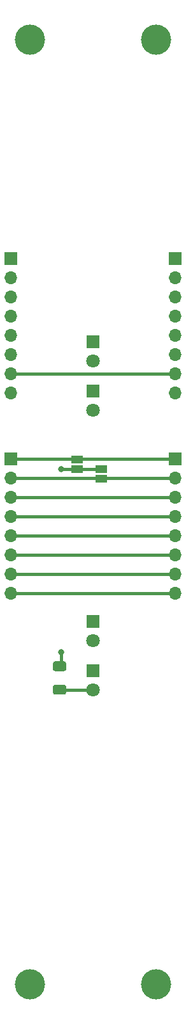
<source format=gbr>
%TF.GenerationSoftware,KiCad,Pcbnew,5.1.7-a382d34a8~87~ubuntu20.04.1*%
%TF.CreationDate,2020-10-21T10:00:52+02:00*%
%TF.ProjectId,7segment_part,37736567-6d65-46e7-945f-706172742e6b,rev?*%
%TF.SameCoordinates,Original*%
%TF.FileFunction,Copper,L1,Top*%
%TF.FilePolarity,Positive*%
%FSLAX46Y46*%
G04 Gerber Fmt 4.6, Leading zero omitted, Abs format (unit mm)*
G04 Created by KiCad (PCBNEW 5.1.7-a382d34a8~87~ubuntu20.04.1) date 2020-10-21 10:00:52*
%MOMM*%
%LPD*%
G01*
G04 APERTURE LIST*
%TA.AperFunction,ComponentPad*%
%ADD10C,1.800000*%
%TD*%
%TA.AperFunction,ComponentPad*%
%ADD11R,1.800000X1.800000*%
%TD*%
%TA.AperFunction,SMDPad,CuDef*%
%ADD12R,1.500000X1.000000*%
%TD*%
%TA.AperFunction,ComponentPad*%
%ADD13O,1.700000X1.700000*%
%TD*%
%TA.AperFunction,ComponentPad*%
%ADD14R,1.700000X1.700000*%
%TD*%
%TA.AperFunction,ViaPad*%
%ADD15C,4.000000*%
%TD*%
%TA.AperFunction,ViaPad*%
%ADD16C,0.800000*%
%TD*%
%TA.AperFunction,Conductor*%
%ADD17C,0.400000*%
%TD*%
G04 APERTURE END LIST*
D10*
%TO.P,Dh2,2*%
%TO.N,Net-(Dh2-Pad2)*%
X169418000Y-79040000D03*
D11*
%TO.P,Dh2,1*%
%TO.N,Net-(Dh1-Pad2)*%
X169418000Y-76500000D03*
%TD*%
%TO.P,Rh1,2*%
%TO.N,Net-(JP1-Pad1)*%
%TA.AperFunction,SMDPad,CuDef*%
G36*
G01*
X165598001Y-113553000D02*
X164347999Y-113553000D01*
G75*
G02*
X164098000Y-113303001I0J249999D01*
G01*
X164098000Y-112502999D01*
G75*
G02*
X164347999Y-112253000I249999J0D01*
G01*
X165598001Y-112253000D01*
G75*
G02*
X165848000Y-112502999I0J-249999D01*
G01*
X165848000Y-113303001D01*
G75*
G02*
X165598001Y-113553000I-249999J0D01*
G01*
G37*
%TD.AperFunction*%
%TO.P,Rh1,1*%
%TO.N,Net-(Dh4-Pad2)*%
%TA.AperFunction,SMDPad,CuDef*%
G36*
G01*
X165598001Y-116653000D02*
X164347999Y-116653000D01*
G75*
G02*
X164098000Y-116403001I0J249999D01*
G01*
X164098000Y-115602999D01*
G75*
G02*
X164347999Y-115353000I249999J0D01*
G01*
X165598001Y-115353000D01*
G75*
G02*
X165848000Y-115602999I0J-249999D01*
G01*
X165848000Y-116403001D01*
G75*
G02*
X165598001Y-116653000I-249999J0D01*
G01*
G37*
%TD.AperFunction*%
%TD*%
D12*
%TO.P,JP2,1*%
%TO.N,Net-(JP1-Pad1)*%
X170497500Y-86789500D03*
%TO.P,JP2,2*%
%TO.N,Net-(J3-Pad2)*%
X170497500Y-88089500D03*
%TD*%
%TO.P,JP1,1*%
%TO.N,Net-(JP1-Pad1)*%
X167322500Y-86834500D03*
%TO.P,JP1,2*%
%TO.N,Net-(J3-Pad1)*%
X167322500Y-85534500D03*
%TD*%
D13*
%TO.P,J4,8*%
%TO.N,Net-(J3-Pad8)*%
X180340000Y-103280000D03*
%TO.P,J4,7*%
%TO.N,Net-(J3-Pad7)*%
X180340000Y-100740000D03*
%TO.P,J4,6*%
%TO.N,Net-(J3-Pad6)*%
X180340000Y-98200000D03*
%TO.P,J4,5*%
%TO.N,Net-(J3-Pad5)*%
X180340000Y-95660000D03*
%TO.P,J4,4*%
%TO.N,Net-(J3-Pad4)*%
X180340000Y-93120000D03*
%TO.P,J4,3*%
%TO.N,Net-(J3-Pad3)*%
X180340000Y-90580000D03*
%TO.P,J4,2*%
%TO.N,Net-(J3-Pad2)*%
X180340000Y-88040000D03*
D14*
%TO.P,J4,1*%
%TO.N,Net-(J3-Pad1)*%
X180340000Y-85500000D03*
%TD*%
%TO.P,J2,1*%
%TO.N,Net-(J1-Pad1)*%
X180340000Y-59000000D03*
D13*
%TO.P,J2,2*%
%TO.N,Net-(J1-Pad2)*%
X180340000Y-61540000D03*
%TO.P,J2,3*%
%TO.N,Net-(J1-Pad3)*%
X180340000Y-64080000D03*
%TO.P,J2,4*%
%TO.N,Net-(J1-Pad4)*%
X180340000Y-66620000D03*
%TO.P,J2,5*%
%TO.N,Net-(J1-Pad5)*%
X180340000Y-69160000D03*
%TO.P,J2,6*%
%TO.N,Net-(J1-Pad6)*%
X180340000Y-71700000D03*
%TO.P,J2,7*%
%TO.N,Net-(J1-Pad7)*%
X180340000Y-74240000D03*
%TO.P,J2,8*%
%TO.N,Net-(Dh1-Pad1)*%
X180340000Y-76780000D03*
%TD*%
D10*
%TO.P,Dh4,2*%
%TO.N,Net-(Dh4-Pad2)*%
X169418000Y-116040000D03*
D11*
%TO.P,Dh4,1*%
%TO.N,Net-(Dh3-Pad2)*%
X169418000Y-113500000D03*
%TD*%
D10*
%TO.P,Dh3,2*%
%TO.N,Net-(Dh3-Pad2)*%
X169418000Y-109540000D03*
D11*
%TO.P,Dh3,1*%
%TO.N,Net-(Dh2-Pad2)*%
X169418000Y-107000000D03*
%TD*%
D10*
%TO.P,Dh1,2*%
%TO.N,Net-(Dh1-Pad2)*%
X169418000Y-72540000D03*
D11*
%TO.P,Dh1,1*%
%TO.N,Net-(Dh1-Pad1)*%
X169418000Y-70000000D03*
%TD*%
D13*
%TO.P,J3,8*%
%TO.N,Net-(J3-Pad8)*%
X158496000Y-103280000D03*
%TO.P,J3,7*%
%TO.N,Net-(J3-Pad7)*%
X158496000Y-100740000D03*
%TO.P,J3,6*%
%TO.N,Net-(J3-Pad6)*%
X158496000Y-98200000D03*
%TO.P,J3,5*%
%TO.N,Net-(J3-Pad5)*%
X158496000Y-95660000D03*
%TO.P,J3,4*%
%TO.N,Net-(J3-Pad4)*%
X158496000Y-93120000D03*
%TO.P,J3,3*%
%TO.N,Net-(J3-Pad3)*%
X158496000Y-90580000D03*
%TO.P,J3,2*%
%TO.N,Net-(J3-Pad2)*%
X158496000Y-88040000D03*
D14*
%TO.P,J3,1*%
%TO.N,Net-(J3-Pad1)*%
X158496000Y-85500000D03*
%TD*%
D13*
%TO.P,J1,8*%
%TO.N,Net-(Dh1-Pad1)*%
X158496000Y-76780000D03*
%TO.P,J1,7*%
%TO.N,Net-(J1-Pad7)*%
X158496000Y-74240000D03*
%TO.P,J1,6*%
%TO.N,Net-(J1-Pad6)*%
X158496000Y-71700000D03*
%TO.P,J1,5*%
%TO.N,Net-(J1-Pad5)*%
X158496000Y-69160000D03*
%TO.P,J1,4*%
%TO.N,Net-(J1-Pad4)*%
X158496000Y-66620000D03*
%TO.P,J1,3*%
%TO.N,Net-(J1-Pad3)*%
X158496000Y-64080000D03*
%TO.P,J1,2*%
%TO.N,Net-(J1-Pad2)*%
X158496000Y-61540000D03*
D14*
%TO.P,J1,1*%
%TO.N,Net-(J1-Pad1)*%
X158496000Y-59000000D03*
%TD*%
D15*
%TO.N,*%
X177816500Y-155000000D03*
X161000000Y-155000000D03*
X161000000Y-30000000D03*
X177816500Y-30000000D03*
D16*
%TO.N,Net-(JP1-Pad1)*%
X165227000Y-86804500D03*
X165227000Y-110998000D03*
%TD*%
D17*
%TO.N,Net-(J3-Pad1)*%
X167288000Y-85500000D02*
X167322500Y-85534500D01*
X158496000Y-85500000D02*
X167288000Y-85500000D01*
X167357000Y-85500000D02*
X167322500Y-85534500D01*
X180340000Y-85500000D02*
X167357000Y-85500000D01*
%TO.N,Net-(J3-Pad2)*%
X170448000Y-88040000D02*
X170497500Y-88089500D01*
X158496000Y-88040000D02*
X170448000Y-88040000D01*
X170547000Y-88040000D02*
X170497500Y-88089500D01*
X180340000Y-88040000D02*
X170547000Y-88040000D01*
%TO.N,Net-(J3-Pad3)*%
X158496000Y-90580000D02*
X180340000Y-90580000D01*
%TO.N,Net-(J3-Pad4)*%
X180340000Y-93120000D02*
X158496000Y-93120000D01*
%TO.N,Net-(J3-Pad5)*%
X158496000Y-95660000D02*
X180340000Y-95660000D01*
%TO.N,Net-(J3-Pad6)*%
X180340000Y-98200000D02*
X158496000Y-98200000D01*
%TO.N,Net-(J3-Pad7)*%
X158496000Y-100740000D02*
X180340000Y-100740000D01*
%TO.N,Net-(J3-Pad8)*%
X180340000Y-103280000D02*
X158496000Y-103280000D01*
%TO.N,Net-(JP1-Pad1)*%
X167367500Y-86789500D02*
X167322500Y-86834500D01*
X170497500Y-86789500D02*
X167367500Y-86789500D01*
X165257000Y-86834500D02*
X165227000Y-86804500D01*
X167322500Y-86834500D02*
X165257000Y-86834500D01*
X165227000Y-112649000D02*
X164973000Y-112903000D01*
X165227000Y-110998000D02*
X165227000Y-112649000D01*
%TO.N,Net-(Dh4-Pad2)*%
X165010000Y-116040000D02*
X164973000Y-116003000D01*
X169418000Y-116040000D02*
X165010000Y-116040000D01*
%TO.N,Net-(J1-Pad7)*%
X158496000Y-74240000D02*
X180340000Y-74240000D01*
%TD*%
M02*

</source>
